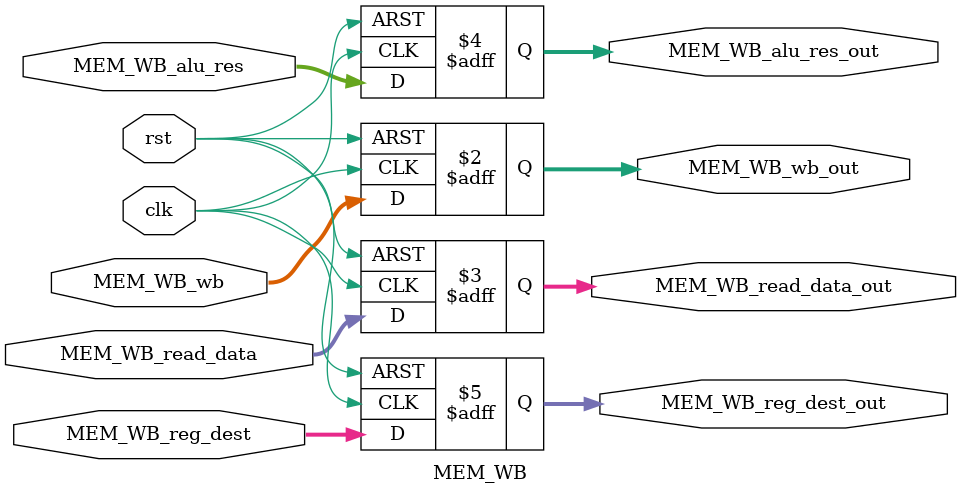
<source format=sv>
`timescale 1ns/1ns
module MEM_WB (input clk, rst, input [1:0] MEM_WB_wb, input [31:0] MEM_WB_read_data, MEM_WB_alu_res, input [4:0] MEM_WB_reg_dest, output reg [1:0] MEM_WB_wb_out, output reg [31:0] MEM_WB_read_data_out, MEM_WB_alu_res_out, output reg [4:0] MEM_WB_reg_dest_out);
	always@(posedge clk, posedge rst) begin
		if (rst) begin
			MEM_WB_wb_out <= 2'b0;
			MEM_WB_read_data_out <= 32'b0;
			MEM_WB_alu_res_out <= 32'b0;
			MEM_WB_reg_dest_out <= 5'b0;
		end // if (rst)
		else begin
			MEM_WB_wb_out <= MEM_WB_wb;
			MEM_WB_read_data_out <= MEM_WB_read_data;
			MEM_WB_alu_res_out <= MEM_WB_alu_res;
			MEM_WB_reg_dest_out <= MEM_WB_reg_dest;
		end
	end
endmodule // MEM_WB
</source>
